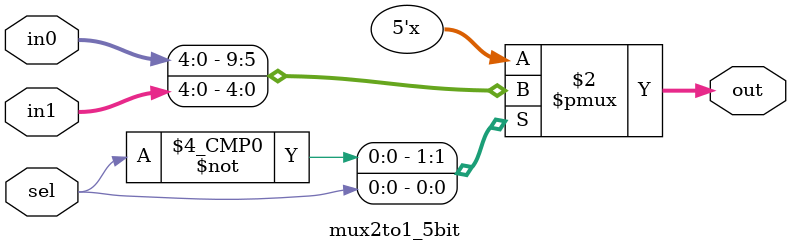
<source format=v>


`timescale 1ns / 1ns

module mux2to1_5bit(in0, in1, sel, out);
  
  input [4:0] in0, in1;   //  Input 1 & 2
  input sel;              //  Bit for select
  output reg [4:0] out;   //  Output
  
  //  MUX Operation Loop
  always @ (sel or in0 or in1)
  begin
    case(sel)
      //  Select = 0
      1'b0: begin
        //  Input 1 chosen
        out <= in0;
      end
      //  Select = 1
      1'b1: begin
        //  Input 2 chosen
        out <= in1;
      end
    endcase
  end
  
endmodule

</source>
